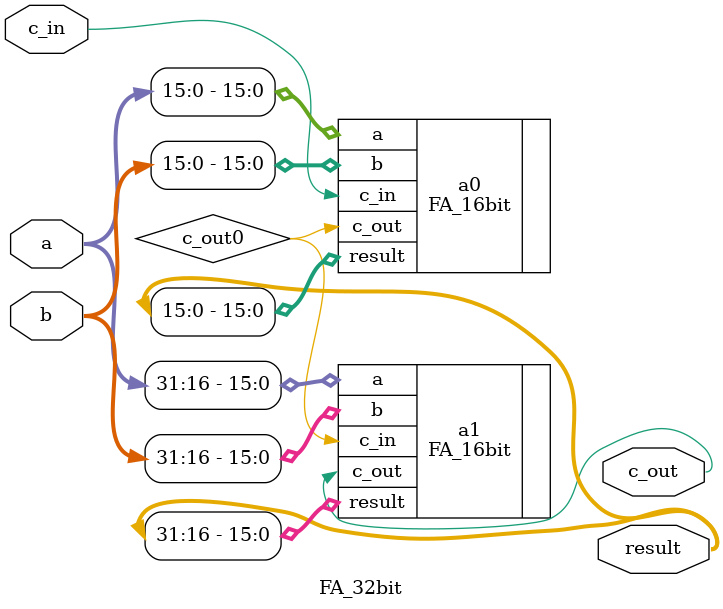
<source format=v>
module FA_32bit
(
    input [31:0] a,b,
    input wire c_in,
    output [31:0] result,
    output wire c_out
);
wire c_out0;
FA_16bit a0(
    .a(a[15:0]),
    .b(b[15:0]),
    .c_in(c_in),
    .result(result[15:0]),
    .c_out(c_out0)
);
FA_16bit a1(
    .a(a[31:16]),
    .b(b[31:16]),
    .c_in(c_out0),
    .result(result[31:16]),
    .c_out(c_out)
);
endmodule
</source>
